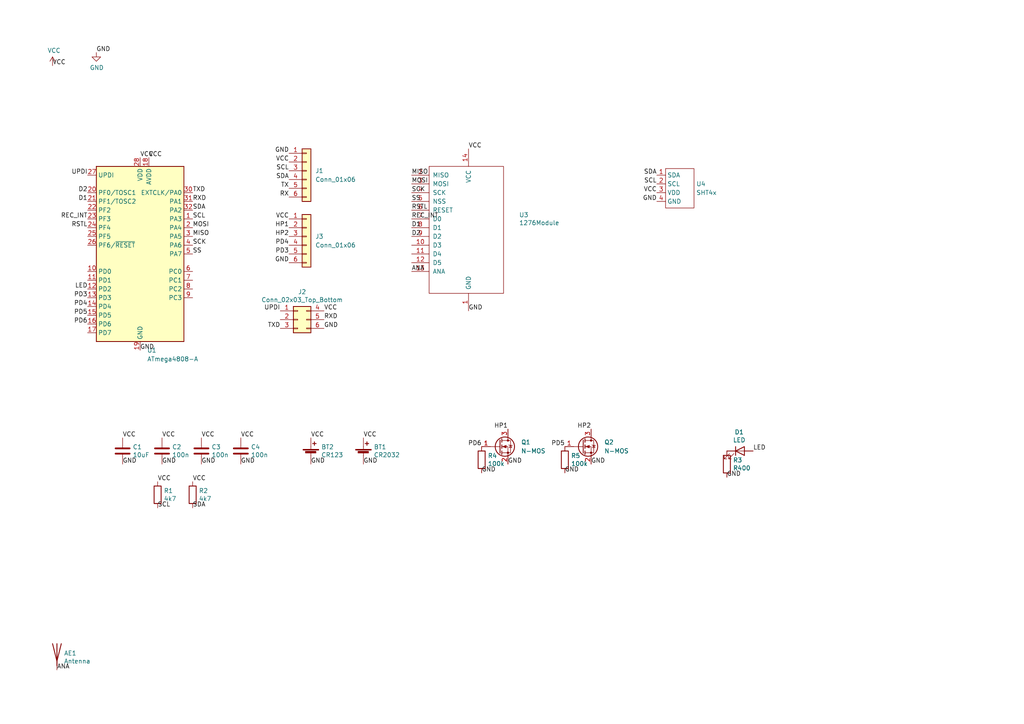
<source format=kicad_sch>
(kicad_sch (version 20211123) (generator eeschema)
  (paper "A4")
  (lib_symbols
    (symbol "Atmega:ATmega4808-A"
      (property "Reference" "U" (at -12.7 26.67 0))
      (property "Value" "ATmega4808-A" (at 2.54 -26.67 0))
      (symbol "ATmega4808-A_0_1"
        (rectangle (start -12.7 -25.4) (end 12.7 25.4) (stroke (width 0.254)) (fill (type background)))
      )
      (symbol "ATmega4808-A_1_1"
        (pin bidirectional line (at 15.24 10.16 180) (length 2.54) (name "PA3") (number "1"))
        (pin bidirectional line (at -15.24 -5.08 0) (length 2.54) (name "PD0") (number "10"))
        (pin bidirectional line (at -15.24 -7.62 0) (length 2.54) (name "PD1") (number "11"))
        (pin bidirectional line (at -15.24 -10.16 0) (length 2.54) (name "PD2") (number "12"))
        (pin bidirectional line (at -15.24 -12.7 0) (length 2.54) (name "PD3") (number "13"))
        (pin bidirectional line (at -15.24 -15.24 0) (length 2.54) (name "PD4") (number "14"))
        (pin bidirectional line (at -15.24 -17.78 0) (length 2.54) (name "PD5") (number "15"))
        (pin bidirectional line (at -15.24 -20.32 0) (length 2.54) (name "PD6") (number "16"))
        (pin bidirectional line (at -15.24 -22.86 0) (length 2.54) (name "PD7") (number "17"))
        (pin power_in line (at 2.54 27.94 270) (length 2.54) (name "AVDD") (number "18"))
        (pin power_in line (at 0 -27.94 90) (length 2.54) (name "GND") (number "19"))
        (pin bidirectional line (at 15.24 7.62 180) (length 2.54) (name "PA4") (number "2"))
        (pin bidirectional line (at -15.24 17.78 0) (length 2.54) (name "PF0/TOSC1") (number "20"))
        (pin bidirectional line (at -15.24 15.24 0) (length 2.54) (name "PF1/TOSC2") (number "21"))
        (pin bidirectional line (at -15.24 12.7 0) (length 2.54) (name "PF2") (number "22"))
        (pin bidirectional line (at -15.24 10.16 0) (length 2.54) (name "PF3") (number "23"))
        (pin bidirectional line (at -15.24 7.62 0) (length 2.54) (name "PF4") (number "24"))
        (pin bidirectional line (at -15.24 5.08 0) (length 2.54) (name "PF5") (number "25"))
        (pin bidirectional line (at -15.24 2.54 0) (length 2.54) (name "PF6/~{RESET}") (number "26"))
        (pin bidirectional line (at -15.24 22.86 0) (length 2.54) (name "UPDI") (number "27"))
        (pin power_in line (at 0 27.94 270) (length 2.54) (name "VDD") (number "28"))
        (pin passive line (at 0 -27.94 90) (length 2.54) hide (name "GND") (number "29"))
        (pin bidirectional line (at 15.24 5.08 180) (length 2.54) (name "PA5") (number "3"))
        (pin bidirectional line (at 15.24 17.78 180) (length 2.54) (name "EXTCLK/PA0") (number "30"))
        (pin bidirectional line (at 15.24 15.24 180) (length 2.54) (name "PA1") (number "31"))
        (pin bidirectional line (at 15.24 12.7 180) (length 2.54) (name "PA2") (number "32"))
        (pin bidirectional line (at 15.24 2.54 180) (length 2.54) (name "PA6") (number "4"))
        (pin bidirectional line (at 15.24 0 180) (length 2.54) (name "PA7") (number "5"))
        (pin bidirectional line (at 15.24 -5.08 180) (length 2.54) (name "PC0") (number "6"))
        (pin bidirectional line (at 15.24 -7.62 180) (length 2.54) (name "PC1") (number "7"))
        (pin bidirectional line (at 15.24 -10.16 180) (length 2.54) (name "PC2") (number "8"))
        (pin bidirectional line (at 15.24 -12.7 180) (length 2.54) (name "PC3") (number "9"))
      )
    )
    (symbol "Connector_Generic:Conn_01x06" (pin_names (offset 1.016) hide)
      (property "Reference" "J" (at 0 7.62 0))
      (property "Value" "Conn_01x06" (at 0 -10.16 0))
      (symbol "Conn_01x06_1_1"
        (rectangle (start -1.27 -7.493) (end 0 -7.747) (stroke (width 0.1524)))
        (rectangle (start -1.27 -4.953) (end 0 -5.207) (stroke (width 0.1524)))
        (rectangle (start -1.27 -2.413) (end 0 -2.667) (stroke (width 0.1524)))
        (rectangle (start -1.27 0.127) (end 0 -0.127) (stroke (width 0.1524)))
        (rectangle (start -1.27 2.667) (end 0 2.413) (stroke (width 0.1524)))
        (rectangle (start -1.27 5.207) (end 0 4.953) (stroke (width 0.1524)))
        (rectangle (start -1.27 6.35) (end 1.27 -8.89) (stroke (width 0.254)) (fill (type background)))
        (pin passive line (at -5.08 5.08 0) (length 3.81) (name "Pin_1") (number "1"))
        (pin passive line (at -5.08 2.54 0) (length 3.81) (name "Pin_2") (number "2"))
        (pin passive line (at -5.08 0 0) (length 3.81) (name "Pin_3") (number "3"))
        (pin passive line (at -5.08 -2.54 0) (length 3.81) (name "Pin_4") (number "4"))
        (pin passive line (at -5.08 -5.08 0) (length 3.81) (name "Pin_5") (number "5"))
        (pin passive line (at -5.08 -7.62 0) (length 3.81) (name "Pin_6") (number "6"))
      )
    )
    (symbol "Connector_Generic:Conn_02x03_Top_Bottom" (pin_names (offset 1.016) hide)
      (property "Reference" "J" (at 1.27 5.08 0))
      (property "Value" "Conn_02x03_Top_Bottom" (at 1.27 -5.08 0))
      (symbol "Conn_02x03_Top_Bottom_1_1"
        (rectangle (start -1.27 -2.413) (end 0 -2.667) (stroke (width 0.1524)))
        (rectangle (start -1.27 0.127) (end 0 -0.127) (stroke (width 0.1524)))
        (rectangle (start -1.27 2.667) (end 0 2.413) (stroke (width 0.1524)))
        (rectangle (start -1.27 3.81) (end 3.81 -3.81) (stroke (width 0.254)) (fill (type background)))
        (rectangle (start 3.81 -2.413) (end 2.54 -2.667) (stroke (width 0.1524)))
        (rectangle (start 3.81 0.127) (end 2.54 -0.127) (stroke (width 0.1524)))
        (rectangle (start 3.81 2.667) (end 2.54 2.413) (stroke (width 0.1524)))
        (pin passive line (at -5.08 2.54 0) (length 3.81) (name "Pin_1") (number "1"))
        (pin passive line (at -5.08 0 0) (length 3.81) (name "Pin_2") (number "2"))
        (pin passive line (at -5.08 -2.54 0) (length 3.81) (name "Pin_3") (number "3"))
        (pin passive line (at 7.62 2.54 180) (length 3.81) (name "Pin_4") (number "4"))
        (pin passive line (at 7.62 0 180) (length 3.81) (name "Pin_5") (number "5"))
        (pin passive line (at 7.62 -2.54 180) (length 3.81) (name "Pin_6") (number "6"))
      )
    )
    (symbol "Device:Antenna" (pin_numbers hide) (pin_names (offset 1.016) hide)
      (property "Reference" "AE" (at -1.905 1.905 0))
      (property "Value" "Antenna" (at -1.905 0 0))
      (symbol "Antenna_0_1"
        (polyline (pts (xy 0 2.54) (xy 0 -3.81)) (stroke (width 0.254)))
        (polyline (pts (xy 1.27 2.54) (xy 0 -2.54) (xy -1.27 2.54)) (stroke (width 0.254)))
      )
      (symbol "Antenna_1_1"
        (pin input line (at 0 -5.08 90) (length 2.54) (name "A") (number "1"))
      )
    )
    (symbol "Device:Battery_Cell" (pin_numbers hide) (pin_names (offset 0) hide)
      (property "Reference" "BT" (at 2.54 2.54 0))
      (property "Value" "Battery_Cell" (at 2.54 0 0))
      (symbol "Battery_Cell_0_1"
        (rectangle (start -2.286 1.778) (end 2.286 1.524) (fill (type outline)))
        (rectangle (start -1.5748 1.1938) (end 1.4732 0.6858) (fill (type outline)))
        (polyline (pts (xy 0 0.762) (xy 0 0)))
        (polyline (pts (xy 0 1.778) (xy 0 2.54)))
        (polyline (pts (xy 0.508 3.429) (xy 1.524 3.429)) (stroke (width 0.254)))
        (polyline (pts (xy 1.016 3.937) (xy 1.016 2.921)) (stroke (width 0.254)))
      )
      (symbol "Battery_Cell_1_1"
        (pin passive line (at 0 5.08 270) (length 2.54) (name "+") (number "1"))
        (pin passive line (at 0 -2.54 90) (length 2.54) (name "-") (number "2"))
      )
    )
    (symbol "Device:C" (pin_numbers hide) (pin_names (offset 0.254))
      (property "Reference" "C" (at 0.635 2.54 0))
      (property "Value" "C" (at 0.635 -2.54 0))
      (symbol "C_0_1"
        (polyline (pts (xy -2.032 -0.762) (xy 2.032 -0.762)) (stroke (width 0.508)))
        (polyline (pts (xy -2.032 0.762) (xy 2.032 0.762)) (stroke (width 0.508)))
      )
      (symbol "C_1_1"
        (pin passive line (at 0 3.81 270) (length 2.794) (name "~") (number "1"))
        (pin passive line (at 0 -3.81 90) (length 2.794) (name "~") (number "2"))
      )
    )
    (symbol "Device:LED" (pin_numbers hide) (pin_names (offset 1.016) hide)
      (property "Reference" "D" (at 0 2.54 0))
      (property "Value" "LED" (at 0 -2.54 0))
      (symbol "LED_0_1"
        (polyline (pts (xy -1.27 -1.27) (xy -1.27 1.27)) (stroke (width 0.254)))
        (polyline (pts (xy -1.27 0) (xy 1.27 0)))
        (polyline (pts (xy 1.27 -1.27) (xy 1.27 1.27) (xy -1.27 0) (xy 1.27 -1.27)) (stroke (width 0.254)))
        (polyline (pts (xy -3.048 -0.762) (xy -4.572 -2.286) (xy -3.81 -2.286) (xy -4.572 -2.286) (xy -4.572 -1.524)))
        (polyline (pts (xy -1.778 -0.762) (xy -3.302 -2.286) (xy -2.54 -2.286) (xy -3.302 -2.286) (xy -3.302 -1.524)))
      )
      (symbol "LED_1_1"
        (pin passive line (at -3.81 0 0) (length 2.54) (name "K") (number "1"))
        (pin passive line (at 3.81 0 180) (length 2.54) (name "A") (number "2"))
      )
    )
    (symbol "Device:R" (pin_numbers hide) (pin_names (offset 0))
      (property "Reference" "R" (at 2.032 0 90))
      (property "Value" "R" (at 0 0 90))
      (symbol "R_0_1"
        (rectangle (start -1.016 -2.54) (end 1.016 2.54) (stroke (width 0.254)))
      )
      (symbol "R_1_1"
        (pin passive line (at 0 3.81 270) (length 1.27) (name "~") (number "1"))
        (pin passive line (at 0 -3.81 90) (length 1.27) (name "~") (number "2"))
      )
    )
    (symbol "HASymbols:1276Module" (pin_names (offset 1.016))
      (property "Reference" "U" (at 10.16 -1.27 0))
      (property "Value" "1276Module" (at 11.43 -6.35 0))
      (symbol "1276Module_0_1"
        (rectangle (start -16.51 20.32) (end 5.08 -16.51))
      )
      (symbol "1276Module_1_1"
        (pin bidirectional line (at -5.08 -21.59 90) (length 5.08) (name "GND") (number "1"))
        (pin bidirectional line (at -21.59 -2.54 0) (length 5.08) (name "D3") (number "10"))
        (pin bidirectional line (at -21.59 -5.08 0) (length 5.08) (name "D4") (number "11"))
        (pin bidirectional line (at -21.59 -7.62 0) (length 5.08) (name "D5") (number "12"))
        (pin bidirectional line (at -21.59 -10.16 0) (length 5.08) (name "ANA") (number "13"))
        (pin bidirectional line (at -5.08 25.4 270) (length 5.08) (name "VCC") (number "14"))
        (pin bidirectional line (at -21.59 17.78 0) (length 5.08) (name "MISO") (number "2"))
        (pin bidirectional line (at -21.59 15.24 0) (length 5.08) (name "MOSI") (number "3"))
        (pin bidirectional line (at -21.59 12.7 0) (length 5.08) (name "SCK") (number "4"))
        (pin bidirectional line (at -21.59 10.16 0) (length 5.08) (name "NSS") (number "5"))
        (pin bidirectional line (at -21.59 7.62 0) (length 5.08) (name "RESET") (number "6"))
        (pin bidirectional line (at -21.59 5.08 0) (length 5.08) (name "D0") (number "7"))
        (pin bidirectional line (at -21.59 2.54 0) (length 5.08) (name "D1") (number "8"))
        (pin bidirectional line (at -21.59 0 0) (length 5.08) (name "D2") (number "9"))
      )
    )
    (symbol "HASymbols:SHT4x"
      (property "Reference" "U" (at -2.54 6.985 0))
      (property "Value" "SHT4x" (at -1.27 -6.985 0))
      (symbol "SHT4x_0_1"
        (rectangle (start -3.81 5.715) (end 4.445 -5.715))
      )
      (symbol "SHT4x_1_1"
        (pin bidirectional line (at -6.35 3.81 0) (length 2.54) (name "SDA") (number "1"))
        (pin input line (at -6.35 1.27 0) (length 2.54) (name "SCL") (number "2"))
        (pin input line (at -6.35 -1.27 0) (length 2.54) (name "VDD") (number "3"))
        (pin input line (at -6.35 -3.81 0) (length 2.54) (name "GND") (number "4"))
      )
    )
    (symbol "Transistor_FET:TSM2302CX" (pin_names hide)
      (property "Reference" "Q" (at 5.08 1.905 0))
      (property "Value" "TSM2302CX" (at 5.08 0 0))
      (symbol "TSM2302CX_0_1"
        (polyline (pts (xy 0.254 0) (xy -2.54 0)))
        (polyline (pts (xy 0.254 1.905) (xy 0.254 -1.905)) (stroke (width 0.254)))
        (polyline (pts (xy 0.762 -1.27) (xy 0.762 -2.286)) (stroke (width 0.254)))
        (polyline (pts (xy 0.762 0.508) (xy 0.762 -0.508)) (stroke (width 0.254)))
        (polyline (pts (xy 0.762 2.286) (xy 0.762 1.27)) (stroke (width 0.254)))
        (polyline (pts (xy 2.54 2.54) (xy 2.54 1.778)))
        (polyline (pts (xy 2.54 -2.54) (xy 2.54 0) (xy 0.762 0)))
        (polyline (pts (xy 0.762 -1.778) (xy 3.302 -1.778) (xy 3.302 1.778) (xy 0.762 1.778)))
        (polyline (pts (xy 1.016 0) (xy 2.032 0.381) (xy 2.032 -0.381) (xy 1.016 0)) (fill (type outline)))
        (polyline (pts (xy 2.794 0.508) (xy 2.921 0.381) (xy 3.683 0.381) (xy 3.81 0.254)))
        (polyline (pts (xy 3.302 0.381) (xy 2.921 -0.254) (xy 3.683 -0.254) (xy 3.302 0.381)))
        (circle (center 1.651 0) (radius 2.794) (stroke (width 0.254)))
        (circle (center 2.54 -1.778) (radius 0.254) (fill (type outline)))
        (circle (center 2.54 1.778) (radius 0.254) (fill (type outline)))
      )
      (symbol "TSM2302CX_1_1"
        (pin input line (at -5.08 0 0) (length 2.54) (name "G") (number "1"))
        (pin passive line (at 2.54 -5.08 90) (length 2.54) (name "S") (number "2"))
        (pin passive line (at 2.54 5.08 270) (length 2.54) (name "D") (number "3"))
      )
    )
    (symbol "power:GND" (power) (pin_names (offset 0))
      (property "Value" "GND" (at 0 -3.81 0))
      (symbol "GND_0_1"
        (polyline (pts (xy 0 0) (xy 0 -1.27) (xy 1.27 -1.27) (xy 0 -2.54) (xy -1.27 -1.27) (xy 0 -1.27)))
      )
      (symbol "GND_1_1"
        (pin power_in line (at 0 0 270) (length 0) hide (name "GND") (number "1"))
      )
    )
    (symbol "power:VCC" (power) (pin_names (offset 0))
      (property "Value" "VCC" (at 0 3.81 0))
      (symbol "VCC_0_1"
        (polyline (pts (xy -0.762 1.27) (xy 0 2.54)))
        (polyline (pts (xy 0 0) (xy 0 2.54)))
        (polyline (pts (xy 0 2.54) (xy 0.762 1.27)))
      )
      (symbol "VCC_1_1"
        (pin power_in line (at 0 0 90) (length 0) hide (name "VCC") (number "1"))
      )
    )
  )
  (label "MISO" (at 119.38 50.8 0))
  (label "RXD" (at 93.98 92.71 0))
  (label "GND" (at 190.5 58.42 180))
  (label "SCL" (at 55.88 63.5 0))
  (label "D2" (at 119.38 68.58 0))
  (label "HP1" (at 147.32 124.46 180))
  (label "SCK" (at 119.38 55.88 0))
  (label "UPDI" (at 81.28 90.17 180))
  (label "PD4" (at 83.82 71.12 180))
  (label "REC_INT" (at 119.38 63.5 0))
  (label "PD3" (at 83.82 73.66 180))
  (label "LED" (at 218.44 130.81 0))
  (label "D1" (at 119.38 66.04 0))
  (label "SS" (at 55.88 73.66 0))
  (label "VCC" (at 46.99 127 0))
  (label "GND" (at 90.17 134.62 0))
  (label "RSTL" (at 119.38 60.96 0))
  (label "GND" (at 147.32 134.62 0))
  (label "VCC" (at 135.89 43.18 0))
  (label "GND" (at 58.42 134.62 0))
  (label "PD3" (at 25.4 86.36 180))
  (label "PD5" (at 25.4 91.44 180))
  (label "D1" (at 25.4 58.42 180))
  (label "RX" (at 83.82 57.15 180))
  (label "VCC" (at 83.82 46.99 180))
  (label "GND" (at 93.98 95.25 0))
  (label "GND" (at 163.83 137.16 0))
  (label "SDA" (at 83.82 52.07 180))
  (label "GND" (at 83.82 44.45 180))
  (label "LED" (at 25.4 83.82 180))
  (label "PD6" (at 139.7 129.54 180))
  (label "VCC" (at 40.64 45.72 0))
  (label "SCK" (at 55.88 71.12 0))
  (label "VCC" (at 69.85 127 0))
  (label "SS" (at 119.38 58.42 0))
  (label "GND" (at 210.82 138.43 0))
  (label "TX" (at 83.82 54.61 180))
  (label "GND" (at 135.89 90.17 0))
  (label "UPDI" (at 25.4 50.8 180))
  (label "VCC" (at 55.88 139.7 0))
  (label "SDA" (at 55.88 60.96 0))
  (label "RSTL" (at 25.4 66.04 180))
  (label "VCC" (at 190.5 55.88 180))
  (label "SCL" (at 45.72 147.32 0))
  (label "SDA" (at 55.88 147.32 0))
  (label "VCC" (at 58.42 127 0))
  (label "VCC" (at 43.18 45.72 0))
  (label "PD6" (at 25.4 93.98 180))
  (label "SDA" (at 190.5 50.8 180))
  (label "RXD" (at 55.88 58.42 0))
  (label "SCL" (at 190.5 53.34 180))
  (label "GND" (at 46.99 134.62 0))
  (label "GND" (at 105.41 134.62 0))
  (label "SCL" (at 83.82 49.53 180))
  (label "VCC" (at 35.56 127 0))
  (label "VCC" (at 15.24 19.05 0))
  (label "REC_INT" (at 25.4 63.5 180))
  (label "GND" (at 69.85 134.62 0))
  (label "MISO" (at 55.88 68.58 0))
  (label "MOSI" (at 119.38 53.34 0))
  (label "GND" (at 35.56 134.62 0))
  (label "VCC" (at 45.72 139.7 0))
  (label "GND" (at 40.64 101.6 0))
  (label "PD5" (at 163.83 129.54 180))
  (label "D2" (at 25.4 55.88 180))
  (label "VCC" (at 93.98 90.17 0))
  (label "GND" (at 27.94 15.24 0))
  (label "TXD" (at 81.28 95.25 180))
  (label "ANA" (at 119.38 78.74 0))
  (label "GND" (at 83.82 76.2 180))
  (label "TXD" (at 55.88 55.88 0))
  (label "MOSI" (at 55.88 66.04 0))
  (label "VCC" (at 83.82 63.5 180))
  (label "VCC" (at 105.41 127 0))
  (label "GND" (at 139.7 137.16 0))
  (label "HP2" (at 171.45 124.46 180))
  (label "HP1" (at 83.82 66.04 180))
  (label "ANA" (at 16.51 194.31 0))
  (label "HP2" (at 83.82 68.58 180))
  (label "GND" (at 171.45 134.62 0))
  (label "VCC" (at 90.17 127 0))
  (label "PD4" (at 25.4 88.9 180))
  (symbol (lib_id "HASymbols:1276Module") (at 140.97 68.58 0) (unit 1)
    (property "Reference" "U3" (at 150.5458 62.3316 0) (effects (justify left)))
    (property "Value" "1276Module" (at 150.5458 64.643 0) (effects (justify left)))
    (property "Footprint" "halib:1276Module2mm" (effects hide))
  )
  (symbol (lib_id "power:GND") (at 27.94 15.24 0) (unit 1)
    (property "Reference" "#PWR01" (effects hide))
    (property "Value" "GND" (at 28.067 19.6342 0))
  )
  (symbol (lib_id "power:VCC") (at 15.24 19.05 0) (unit 1)
    (property "Reference" "#PWR02" (effects hide))
    (property "Value" "VCC" (at 15.6718 14.6558 0))
  )
  (symbol (lib_id "Device:C") (at 35.56 130.81 0) (unit 1)
    (property "Reference" "C1" (at 38.481 129.6416 0) (effects (justify left)))
    (property "Value" "10uF" (at 38.481 131.953 0) (effects (justify left)))
    (property "Footprint" "Capacitors_SMD:C_0805_HandSoldering" (effects hide))
  )
  (symbol (lib_id "Device:C") (at 58.42 130.81 0) (unit 1)
    (property "Reference" "C3" (at 61.341 129.6416 0) (effects (justify left)))
    (property "Value" "100n" (at 61.341 131.953 0) (effects (justify left)))
    (property "Footprint" "halib:C_0603_Compact_hand" (effects hide))
  )
  (symbol (lib_id "Device:C") (at 46.99 130.81 0) (unit 1)
    (property "Reference" "C2" (at 49.911 129.6416 0) (effects (justify left)))
    (property "Value" "100n" (at 49.911 131.953 0) (effects (justify left)))
    (property "Footprint" "halib:C_0603_Compact_hand" (effects hide))
  )
  (symbol (lib_id "Device:C") (at 69.85 130.81 0) (unit 1)
    (property "Reference" "C4" (at 72.771 129.6416 0) (effects (justify left)))
    (property "Value" "100n" (at 72.771 131.953 0) (effects (justify left)))
    (property "Footprint" "halib:C_0603_Compact_hand" (effects hide))
  )
  (symbol (lib_id "Device:R") (at 45.72 143.51 0) (unit 1)
    (property "Reference" "R1" (at 47.498 142.3416 0) (effects (justify left)))
    (property "Value" "4k7" (at 47.498 144.653 0) (effects (justify left)))
    (property "Footprint" "halib:R_0603_Compact_hand" (effects hide))
  )
  (symbol (lib_id "Device:R") (at 55.88 143.51 0) (unit 1)
    (property "Reference" "R2" (at 57.658 142.3416 0) (effects (justify left)))
    (property "Value" "4k7" (at 57.658 144.653 0) (effects (justify left)))
    (property "Footprint" "halib:R_0603_Compact_hand" (effects hide))
  )
  (symbol (lib_id "Connector_Generic:Conn_02x03_Top_Bottom") (at 86.36 92.71 0) (unit 1)
    (property "Reference" "J2" (at 87.63 84.6582 0))
    (property "Value" "Conn_02x03_Top_Bottom" (at 87.63 86.9696 0))
    (property "Footprint" "halib:EdgePads_FB_2x03" (effects hide))
  )
  (symbol (lib_id "Device:LED") (at 214.63 130.81 0) (unit 1)
    (property "Reference" "D1" (at 214.4014 125.3236 0))
    (property "Value" "LED" (at 214.4014 127.635 0))
    (property "Footprint" "LEDs:LED_0805" (effects hide))
  )
  (symbol (lib_id "Device:R") (at 210.82 134.62 0) (unit 1)
    (property "Reference" "R3" (at 212.598 133.4516 0) (effects (justify left)))
    (property "Value" "R400" (at 212.598 135.763 0) (effects (justify left)))
    (property "Footprint" "halib:R_0603_Compact_hand" (effects hide))
  )
  (symbol (lib_id "Device:Antenna") (at 16.51 189.23 0) (unit 1)
    (property "Reference" "AE1" (at 18.542 189.4586 0) (effects (justify left)))
    (property "Value" "Antenna" (at 18.542 191.77 0) (effects (justify left)))
    (property "Footprint" "Pin_Headers:Pin_Header_Straight_1x01_Pitch2.54mm" (effects hide))
  )
  (symbol (lib_id "Device:Battery_Cell") (at 105.41 132.08 0) (unit 1)
    (property "Reference" "BT1" (at 108.4072 129.6416 0) (effects (justify left)))
    (property "Value" "CR2032" (at 108.4072 131.953 0) (effects (justify left)))
    (property "Footprint" "halib:2032-SMD_COMPACT" (effects hide))
  )
  (symbol (lib_id "Device:Battery_Cell") (at 90.17 132.08 0) (unit 1)
    (property "Reference" "BT2" (at 93.1672 129.6416 0) (effects (justify left)))
    (property "Value" "CR123" (at 93.1672 131.953 0) (effects (justify left)))
    (property "Footprint" "halib:CR123Holder" (effects hide))
  )
  (symbol (lib_id "Device:R") (at 163.83 133.35 0) (unit 1)
    (property "Reference" "R5" (at 165.608 132.1816 0) (effects (justify left)))
    (property "Value" "100k" (at 165.608 134.493 0) (effects (justify left)))
    (property "Footprint" "halib:R_0603_Compact_hand" (effects hide))
  )
  (symbol (lib_id "Device:R") (at 139.7 133.35 0) (unit 1)
    (property "Reference" "R4" (at 141.478 132.1816 0) (effects (justify left)))
    (property "Value" "100k" (at 141.478 134.493 0) (effects (justify left)))
    (property "Footprint" "halib:R_0603_Compact_hand" (effects hide))
  )
  (symbol (lib_id "Atmega:ATmega4808-A") (at 40.64 73.66 0) (unit 1)
    (property "Reference" "U1" (at 42.6594 101.6 0) (effects (justify left)))
    (property "Value" "ATmega4808-A" (at 42.6594 104.14 0) (effects (justify left)))
    (property "Footprint" "Package_QFP:TQFP-32_7x7mm_P0.8mm" (effects hide))
    (property "Datasheet" "http://ww1.microchip.com/downloads/en/DeviceDoc/40002017A.pdf" (effects hide))
  )
  (symbol (lib_id "Transistor_FET:TSM2302CX") (at 168.91 129.54 0) (unit 1)
    (property "Reference" "Q2" (at 175.26 128.2699 0) (effects (justify left)))
    (property "Value" "N-MOS" (at 175.26 130.8099 0) (effects (justify left)))
    (property "Footprint" "Package_TO_SOT_SMD:SOT-23" (effects hide))
    (property "Datasheet" "https://www.taiwansemi.com/products/datasheet/TSM2302CX_E1608.pdf" (effects hide))
  )
  (symbol (lib_id "Connector_Generic:Conn_01x06") (at 88.9 49.53 0) (unit 1)
    (property "Reference" "J1" (at 91.44 49.5299 0) (effects (justify left)))
    (property "Value" "Conn_01x06" (at 91.44 52.0699 0) (effects (justify left)))
    (property "Footprint" "Connector_PinHeader_2.54mm:PinHeader_1x06_P2.54mm_Vertical" (effects hide))
  )
  (symbol (lib_id "Transistor_FET:TSM2302CX") (at 144.78 129.54 0) (unit 1)
    (property "Reference" "Q1" (at 151.13 128.2699 0) (effects (justify left)))
    (property "Value" "N-MOS" (at 151.13 130.8099 0) (effects (justify left)))
    (property "Footprint" "Package_TO_SOT_SMD:SOT-23" (effects hide))
    (property "Datasheet" "https://www.taiwansemi.com/products/datasheet/TSM2302CX_E1608.pdf" (effects hide))
  )
  (symbol (lib_id "HASymbols:SHT4x") (at 196.85 54.61 0) (unit 1)
    (property "Reference" "U4" (at 201.93 53.3399 0) (effects (justify left)))
    (property "Value" "SHT4x" (at 201.93 55.8799 0) (effects (justify left)))
    (property "Footprint" "halib:SHT4x" (effects hide))
  )
  (symbol (lib_id "Connector_Generic:Conn_01x06") (at 88.9 68.58 0) (unit 1)
    (property "Reference" "J3" (at 91.44 68.5799 0) (effects (justify left)))
    (property "Value" "Conn_01x06" (at 91.44 71.1199 0) (effects (justify left)))
    (property "Footprint" "Connector_PinHeader_2.54mm:PinHeader_1x06_P2.54mm_Vertical" (effects hide))
  )
)
</source>
